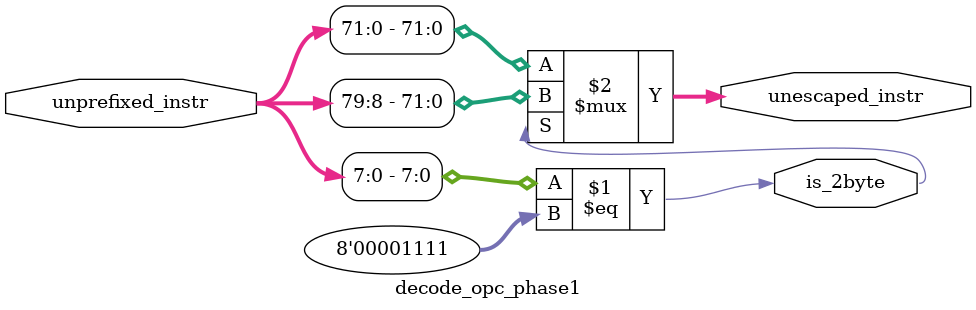
<source format=v>
module decode_opc_phase1(
  input [79:0] unprefixed_instr,

  output is_2byte,
  output [71:0] unescaped_instr
);

assign is_2byte = (unprefixed_instr[7:0] == 8'h0F);
assign unescaped_instr = (is_2byte) ? unprefixed_instr[79:8] : unprefixed_instr[71:0];

endmodule

</source>
